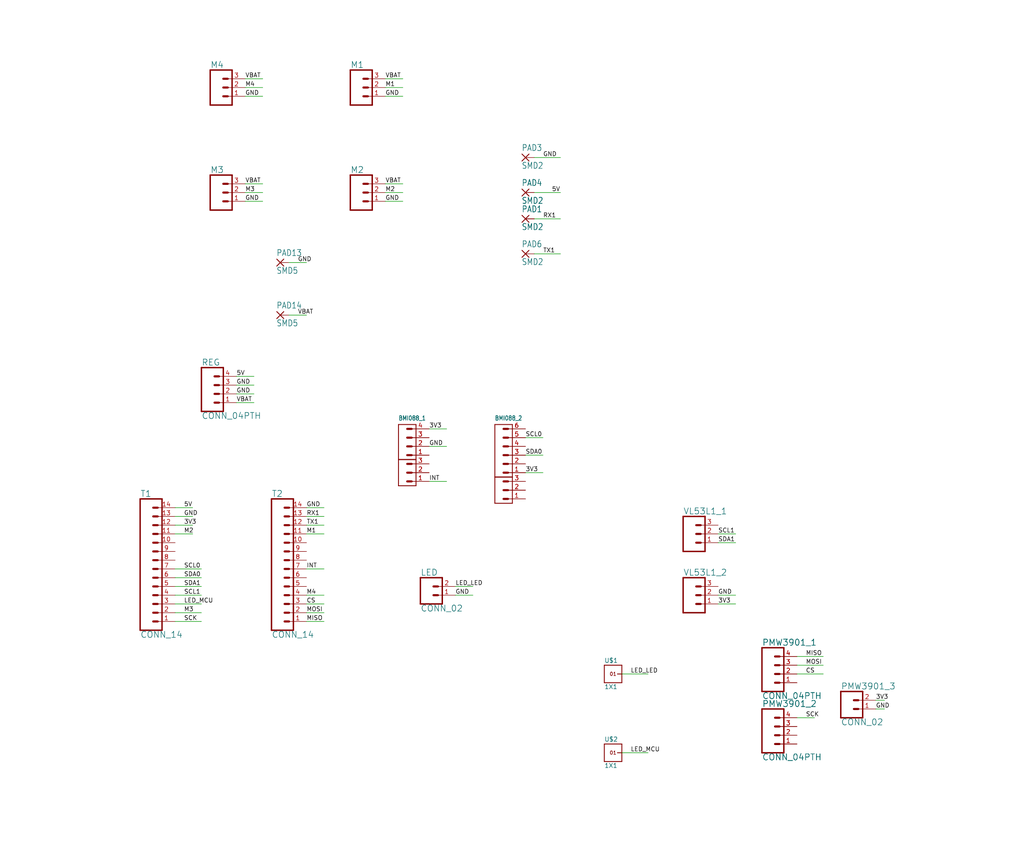
<source format=kicad_sch>
(kicad_sch (version 20211123) (generator eeschema)
  (paper "User" 297.002 244.323)
  (lib_symbols
    (symbol "teensypi-eagle-import:1X1"
      (property "Value" "1X1" (at -2.54 -4.445 0))
      (symbol "1X1_1_0"
        (polyline (pts (xy -2.54 -2.54) (xy 2.54 -2.54)) (stroke (width 0.254)))
        (polyline (pts (xy -2.54 2.54) (xy -2.54 -2.54)) (stroke (width 0.254)))
        (polyline (pts (xy -2.54 2.54) (xy 2.54 2.54)) (stroke (width 0.254)))
        (polyline (pts (xy 1.27 0) (xy 2.54 0)) (stroke (width 0.254)))
        (polyline (pts (xy 2.54 -2.54) (xy 2.54 0)) (stroke (width 0.254)))
        (polyline (pts (xy 2.54 0) (xy 2.54 2.54)) (stroke (width 0.254)))
        (text "01" (at 0 0 0) (effects (font (size 1.016 1.016))))
        (pin bidirectional line (at 2.54 0 180) (length 0) (name "1") (number "1"))
      )
    )
    (symbol "teensypi-eagle-import:CONN_02"
      (property "Reference" "J" (at -2.54 5.588 0))
      (property "Value" "CONN_02" (at -2.54 -4.826 0))
      (symbol "CONN_02_1_0"
        (polyline (pts (xy -2.54 5.08) (xy -2.54 -2.54)) (stroke (width 0.4064)))
        (polyline (pts (xy -2.54 5.08) (xy 3.81 5.08)) (stroke (width 0.4064)))
        (polyline (pts (xy 1.27 0) (xy 2.54 0)) (stroke (width 0.6096)))
        (polyline (pts (xy 1.27 2.54) (xy 2.54 2.54)) (stroke (width 0.6096)))
        (polyline (pts (xy 3.81 -2.54) (xy -2.54 -2.54)) (stroke (width 0.4064)))
        (polyline (pts (xy 3.81 -2.54) (xy 3.81 5.08)) (stroke (width 0.4064)))
        (pin passive line (at 7.62 0 180) (length 5.08) (name "1") (number "1"))
        (pin passive line (at 7.62 2.54 180) (length 5.08) (name "2") (number "2"))
      )
    )
    (symbol "teensypi-eagle-import:CONN_03"
      (property "Reference" "J" (at -2.54 5.588 0))
      (property "Value" "CONN_03" (at -2.54 -7.366 0))
      (symbol "CONN_03_1_0"
        (polyline (pts (xy -2.54 5.08) (xy -2.54 -5.08)) (stroke (width 0.4064)))
        (polyline (pts (xy -2.54 5.08) (xy 3.81 5.08)) (stroke (width 0.4064)))
        (polyline (pts (xy 1.27 -2.54) (xy 2.54 -2.54)) (stroke (width 0.6096)))
        (polyline (pts (xy 1.27 0) (xy 2.54 0)) (stroke (width 0.6096)))
        (polyline (pts (xy 1.27 2.54) (xy 2.54 2.54)) (stroke (width 0.6096)))
        (polyline (pts (xy 3.81 -5.08) (xy -2.54 -5.08)) (stroke (width 0.4064)))
        (polyline (pts (xy 3.81 -5.08) (xy 3.81 5.08)) (stroke (width 0.4064)))
        (pin passive line (at 7.62 -2.54 180) (length 5.08) (name "1") (number "1"))
        (pin passive line (at 7.62 0 180) (length 5.08) (name "2") (number "2"))
        (pin passive line (at 7.62 2.54 180) (length 5.08) (name "3") (number "3"))
      )
    )
    (symbol "teensypi-eagle-import:CONN_04PTH"
      (property "Reference" "J" (at -5.08 8.128 0))
      (property "Value" "CONN_04PTH" (at -5.08 -7.366 0))
      (symbol "CONN_04PTH_1_0"
        (polyline (pts (xy -5.08 7.62) (xy -5.08 -5.08)) (stroke (width 0.4064)))
        (polyline (pts (xy -5.08 7.62) (xy 1.27 7.62)) (stroke (width 0.4064)))
        (polyline (pts (xy -1.27 -2.54) (xy 0 -2.54)) (stroke (width 0.6096)))
        (polyline (pts (xy -1.27 0) (xy 0 0)) (stroke (width 0.6096)))
        (polyline (pts (xy -1.27 2.54) (xy 0 2.54)) (stroke (width 0.6096)))
        (polyline (pts (xy -1.27 5.08) (xy 0 5.08)) (stroke (width 0.6096)))
        (polyline (pts (xy 1.27 -5.08) (xy -5.08 -5.08)) (stroke (width 0.4064)))
        (polyline (pts (xy 1.27 -5.08) (xy 1.27 7.62)) (stroke (width 0.4064)))
        (pin passive line (at 5.08 -2.54 180) (length 5.08) (name "1") (number "1"))
        (pin passive line (at 5.08 0 180) (length 5.08) (name "2") (number "2"))
        (pin passive line (at 5.08 2.54 180) (length 5.08) (name "3") (number "3"))
        (pin passive line (at 5.08 5.08 180) (length 5.08) (name "4") (number "4"))
      )
    )
    (symbol "teensypi-eagle-import:CONN_14"
      (property "Reference" "J" (at 0 18.288 0))
      (property "Value" "CONN_14" (at 0 -22.606 0))
      (symbol "CONN_14_1_0"
        (polyline (pts (xy 0 17.78) (xy 0 -20.32)) (stroke (width 0.4064)))
        (polyline (pts (xy 0 17.78) (xy 6.35 17.78)) (stroke (width 0.4064)))
        (polyline (pts (xy 3.81 -17.78) (xy 5.08 -17.78)) (stroke (width 0.6096)))
        (polyline (pts (xy 3.81 -15.24) (xy 5.08 -15.24)) (stroke (width 0.6096)))
        (polyline (pts (xy 3.81 -12.7) (xy 5.08 -12.7)) (stroke (width 0.6096)))
        (polyline (pts (xy 3.81 -10.16) (xy 5.08 -10.16)) (stroke (width 0.6096)))
        (polyline (pts (xy 3.81 -7.62) (xy 5.08 -7.62)) (stroke (width 0.6096)))
        (polyline (pts (xy 3.81 -5.08) (xy 5.08 -5.08)) (stroke (width 0.6096)))
        (polyline (pts (xy 3.81 -2.54) (xy 5.08 -2.54)) (stroke (width 0.6096)))
        (polyline (pts (xy 3.81 0) (xy 5.08 0)) (stroke (width 0.6096)))
        (polyline (pts (xy 3.81 2.54) (xy 5.08 2.54)) (stroke (width 0.6096)))
        (polyline (pts (xy 3.81 5.08) (xy 5.08 5.08)) (stroke (width 0.6096)))
        (polyline (pts (xy 3.81 7.62) (xy 5.08 7.62)) (stroke (width 0.6096)))
        (polyline (pts (xy 3.81 10.16) (xy 5.08 10.16)) (stroke (width 0.6096)))
        (polyline (pts (xy 3.81 12.7) (xy 5.08 12.7)) (stroke (width 0.6096)))
        (polyline (pts (xy 3.81 15.24) (xy 5.08 15.24)) (stroke (width 0.6096)))
        (polyline (pts (xy 6.35 -20.32) (xy 0 -20.32)) (stroke (width 0.4064)))
        (polyline (pts (xy 6.35 -20.32) (xy 6.35 17.78)) (stroke (width 0.4064)))
        (pin passive line (at 10.16 -17.78 180) (length 5.08) (name "1") (number "1"))
        (pin passive line (at 10.16 5.08 180) (length 5.08) (name "10") (number "10"))
        (pin passive line (at 10.16 7.62 180) (length 5.08) (name "11") (number "11"))
        (pin passive line (at 10.16 10.16 180) (length 5.08) (name "12") (number "12"))
        (pin passive line (at 10.16 12.7 180) (length 5.08) (name "13") (number "13"))
        (pin passive line (at 10.16 15.24 180) (length 5.08) (name "14") (number "14"))
        (pin passive line (at 10.16 -15.24 180) (length 5.08) (name "2") (number "2"))
        (pin passive line (at 10.16 -12.7 180) (length 5.08) (name "3") (number "3"))
        (pin passive line (at 10.16 -10.16 180) (length 5.08) (name "4") (number "4"))
        (pin passive line (at 10.16 -7.62 180) (length 5.08) (name "5") (number "5"))
        (pin passive line (at 10.16 -5.08 180) (length 5.08) (name "6") (number "6"))
        (pin passive line (at 10.16 -2.54 180) (length 5.08) (name "7") (number "7"))
        (pin passive line (at 10.16 0 180) (length 5.08) (name "8") (number "8"))
        (pin passive line (at 10.16 2.54 180) (length 5.08) (name "9") (number "9"))
      )
    )
    (symbol "teensypi-eagle-import:PH1X3-05"
      (property "Reference" "PH" (at -1.27 8.89 0))
      (property "Value" "PH1X3-05" (at -1.27 -3.81 0))
      (symbol "PH1X3-05_1_0"
        (polyline (pts (xy -1.27 -1.27) (xy 3.81 -1.27)) (stroke (width 0.254)))
        (polyline (pts (xy -1.27 6.35) (xy -1.27 -1.27)) (stroke (width 0.254)))
        (polyline (pts (xy 2.54 0) (xy 1.27 0)) (stroke (width 0.6096)))
        (polyline (pts (xy 2.54 2.54) (xy 1.27 2.54)) (stroke (width 0.6096)))
        (polyline (pts (xy 2.54 5.08) (xy 1.27 5.08)) (stroke (width 0.6096)))
        (polyline (pts (xy 3.81 -1.27) (xy 3.81 6.35)) (stroke (width 0.254)))
        (polyline (pts (xy 3.81 6.35) (xy -1.27 6.35)) (stroke (width 0.254)))
        (pin bidirectional line (at 7.62 0 180) (length 5.08) (name "1") (number "1"))
        (pin bidirectional line (at 7.62 2.54 180) (length 5.08) (name "2") (number "2"))
        (pin bidirectional line (at 7.62 5.08 180) (length 5.08) (name "3") (number "3"))
      )
    )
    (symbol "teensypi-eagle-import:PH1X4-05"
      (property "Reference" "PH" (at -1.27 11.43 0))
      (property "Value" "PH1X4-05" (at -1.27 -3.81 0))
      (symbol "PH1X4-05_1_0"
        (polyline (pts (xy -1.27 -1.27) (xy 3.81 -1.27)) (stroke (width 0.254)))
        (polyline (pts (xy -1.27 8.89) (xy -1.27 -1.27)) (stroke (width 0.254)))
        (polyline (pts (xy 2.54 0) (xy 1.27 0)) (stroke (width 0.6096)))
        (polyline (pts (xy 2.54 2.54) (xy 1.27 2.54)) (stroke (width 0.6096)))
        (polyline (pts (xy 2.54 5.08) (xy 1.27 5.08)) (stroke (width 0.6096)))
        (polyline (pts (xy 2.54 7.62) (xy 1.27 7.62)) (stroke (width 0.6096)))
        (polyline (pts (xy 3.81 -1.27) (xy 3.81 8.89)) (stroke (width 0.254)))
        (polyline (pts (xy 3.81 8.89) (xy -1.27 8.89)) (stroke (width 0.254)))
        (pin bidirectional line (at 7.62 0 180) (length 5.08) (name "1") (number "1"))
        (pin bidirectional line (at 7.62 2.54 180) (length 5.08) (name "2") (number "2"))
        (pin bidirectional line (at 7.62 5.08 180) (length 5.08) (name "3") (number "3"))
        (pin bidirectional line (at 7.62 7.62 180) (length 5.08) (name "4") (number "4"))
      )
    )
    (symbol "teensypi-eagle-import:PH1X6-05"
      (property "Reference" "PH" (at -1.27 16.51 0))
      (property "Value" "PH1X6-05" (at -1.27 -3.81 0))
      (symbol "PH1X6-05_1_0"
        (polyline (pts (xy -1.27 -1.27) (xy 3.81 -1.27)) (stroke (width 0.254)))
        (polyline (pts (xy -1.27 13.97) (xy -1.27 -1.27)) (stroke (width 0.254)))
        (polyline (pts (xy 2.54 0) (xy 1.27 0)) (stroke (width 0.6096)))
        (polyline (pts (xy 2.54 2.54) (xy 1.27 2.54)) (stroke (width 0.6096)))
        (polyline (pts (xy 2.54 5.08) (xy 1.27 5.08)) (stroke (width 0.6096)))
        (polyline (pts (xy 2.54 7.62) (xy 1.27 7.62)) (stroke (width 0.6096)))
        (polyline (pts (xy 2.54 10.16) (xy 1.27 10.16)) (stroke (width 0.6096)))
        (polyline (pts (xy 2.54 12.7) (xy 1.27 12.7)) (stroke (width 0.6096)))
        (polyline (pts (xy 3.81 -1.27) (xy 3.81 13.97)) (stroke (width 0.254)))
        (polyline (pts (xy 3.81 13.97) (xy -1.27 13.97)) (stroke (width 0.254)))
        (pin bidirectional line (at 7.62 0 180) (length 5.08) (name "1") (number "1"))
        (pin bidirectional line (at 7.62 2.54 180) (length 5.08) (name "2") (number "2"))
        (pin bidirectional line (at 7.62 5.08 180) (length 5.08) (name "3") (number "3"))
        (pin bidirectional line (at 7.62 7.62 180) (length 5.08) (name "4") (number "4"))
        (pin bidirectional line (at 7.62 10.16 180) (length 5.08) (name "5") (number "5"))
        (pin bidirectional line (at 7.62 12.7 180) (length 5.08) (name "6") (number "6"))
      )
    )
    (symbol "teensypi-eagle-import:SMD2"
      (property "Reference" "PAD" (at -1.143 1.8542 0))
      (property "Value" "SMD2" (at -1.143 -3.302 0))
      (symbol "SMD2_1_0"
        (polyline (pts (xy -1.016 -1.016) (xy 1.016 1.016)) (stroke (width 0.254)))
        (polyline (pts (xy -1.016 1.016) (xy 1.016 -1.016)) (stroke (width 0.254)))
        (pin passive line (at 2.54 0 180) (length 2.54) (name "P") (number "1"))
      )
    )
    (symbol "teensypi-eagle-import:SMD5"
      (property "Reference" "PAD" (at -1.143 1.8542 0))
      (property "Value" "SMD5" (at -1.143 -3.302 0))
      (symbol "SMD5_1_0"
        (polyline (pts (xy -1.016 -1.016) (xy 1.016 1.016)) (stroke (width 0.254)))
        (polyline (pts (xy -1.016 1.016) (xy 1.016 -1.016)) (stroke (width 0.254)))
        (pin passive line (at 2.54 0 180) (length 2.54) (name "P") (number "1"))
      )
    )
  )
  (wire (pts (xy 83.82 91.44) (xy 88.9 91.44)))
  (wire (pts (xy 88.9 175.26) (xy 93.98 175.26)))
  (wire (pts (xy 71.12 55.88) (xy 76.2 55.88)))
  (wire (pts (xy 50.8 170.18) (xy 58.42 170.18)))
  (wire (pts (xy 111.76 27.94) (xy 116.84 27.94)))
  (wire (pts (xy 88.9 180.34) (xy 93.98 180.34)))
  (wire (pts (xy 124.46 124.46) (xy 129.54 124.46)))
  (wire (pts (xy 152.4 127) (xy 157.48 127)))
  (wire (pts (xy 68.58 114.3) (xy 73.66 114.3)))
  (wire (pts (xy 231.14 193.04) (xy 238.76 193.04)))
  (wire (pts (xy 124.46 129.54) (xy 129.54 129.54)))
  (wire (pts (xy 50.8 165.1) (xy 58.42 165.1)))
  (wire (pts (xy 208.28 172.72) (xy 213.36 172.72)))
  (wire (pts (xy 50.8 175.26) (xy 58.42 175.26)))
  (wire (pts (xy 71.12 22.86) (xy 76.2 22.86)))
  (wire (pts (xy 88.9 149.86) (xy 93.98 149.86)))
  (wire (pts (xy 50.8 167.64) (xy 58.42 167.64)))
  (wire (pts (xy 180.34 195.58) (xy 187.96 195.58)))
  (wire (pts (xy 88.9 154.94) (xy 93.98 154.94)))
  (wire (pts (xy 50.8 147.32) (xy 55.88 147.32)))
  (wire (pts (xy 50.8 172.72) (xy 58.42 172.72)))
  (wire (pts (xy 111.76 25.4) (xy 116.84 25.4)))
  (wire (pts (xy 154.94 45.72) (xy 162.56 45.72)))
  (wire (pts (xy 71.12 27.94) (xy 76.2 27.94)))
  (wire (pts (xy 154.94 73.66) (xy 162.56 73.66)))
  (wire (pts (xy 50.8 154.94) (xy 55.88 154.94)))
  (wire (pts (xy 180.34 218.44) (xy 187.96 218.44)))
  (wire (pts (xy 231.14 195.58) (xy 238.76 195.58)))
  (wire (pts (xy 88.9 177.8) (xy 93.98 177.8)))
  (wire (pts (xy 50.8 177.8) (xy 58.42 177.8)))
  (wire (pts (xy 88.9 165.1) (xy 93.98 165.1)))
  (wire (pts (xy 111.76 53.34) (xy 116.84 53.34)))
  (wire (pts (xy 111.76 55.88) (xy 116.84 55.88)))
  (wire (pts (xy 71.12 58.42) (xy 76.2 58.42)))
  (wire (pts (xy 50.8 149.86) (xy 55.88 149.86)))
  (wire (pts (xy 124.46 139.7) (xy 129.54 139.7)))
  (wire (pts (xy 111.76 58.42) (xy 116.84 58.42)))
  (wire (pts (xy 254 205.74) (xy 256.54 205.74)))
  (wire (pts (xy 154.94 63.5) (xy 162.56 63.5)))
  (wire (pts (xy 208.28 157.48) (xy 213.36 157.48)))
  (wire (pts (xy 154.94 55.88) (xy 162.56 55.88)))
  (wire (pts (xy 152.4 132.08) (xy 157.48 132.08)))
  (wire (pts (xy 231.14 190.5) (xy 238.76 190.5)))
  (wire (pts (xy 68.58 109.22) (xy 73.66 109.22)))
  (wire (pts (xy 132.08 170.18) (xy 137.16 170.18)))
  (wire (pts (xy 231.14 208.28) (xy 236.22 208.28)))
  (wire (pts (xy 68.58 111.76) (xy 73.66 111.76)))
  (wire (pts (xy 208.28 175.26) (xy 213.36 175.26)))
  (wire (pts (xy 88.9 152.4) (xy 93.98 152.4)))
  (wire (pts (xy 111.76 22.86) (xy 116.84 22.86)))
  (wire (pts (xy 152.4 137.16) (xy 157.48 137.16)))
  (wire (pts (xy 71.12 25.4) (xy 76.2 25.4)))
  (wire (pts (xy 88.9 172.72) (xy 93.98 172.72)))
  (wire (pts (xy 68.58 116.84) (xy 73.66 116.84)))
  (wire (pts (xy 83.82 76.2) (xy 88.9 76.2)))
  (wire (pts (xy 254 203.2) (xy 256.54 203.2)))
  (wire (pts (xy 132.08 172.72) (xy 137.16 172.72)))
  (wire (pts (xy 71.12 53.34) (xy 76.2 53.34)))
  (wire (pts (xy 50.8 180.34) (xy 58.42 180.34)))
  (wire (pts (xy 208.28 154.94) (xy 213.36 154.94)))
  (wire (pts (xy 88.9 147.32) (xy 93.98 147.32)))
  (wire (pts (xy 50.8 152.4) (xy 55.88 152.4)))
  (label "M2" (at 111.76 55.88 0) (effects (font (size 1.2446 1.2446))))
  (label "MOSI" (at 88.9 177.8 0) (effects (font (size 1.2446 1.2446))))
  (label "M4" (at 88.9 172.72 0) (effects (font (size 1.2446 1.2446))))
  (label "SDA1" (at 53.34 170.18 0) (effects (font (size 1.2446 1.2446))))
  (label "GND" (at 53.34 149.86 0) (effects (font (size 1.2446 1.2446))))
  (label "GND" (at 71.12 58.42 0) (effects (font (size 1.2446 1.2446))))
  (label "VBAT" (at 71.12 22.86 0) (effects (font (size 1.2446 1.2446))))
  (label "5V" (at 53.34 147.32 0) (effects (font (size 1.2446 1.2446))))
  (label "3V3" (at 208.28 175.26 0) (effects (font (size 1.2446 1.2446))))
  (label "GND" (at 111.76 27.94 0) (effects (font (size 1.2446 1.2446))))
  (label "VBAT" (at 111.76 22.86 0) (effects (font (size 1.2446 1.2446))))
  (label "GND" (at 157.48 45.72 0) (effects (font (size 1.2446 1.2446))))
  (label "GND" (at 208.28 172.72 0) (effects (font (size 1.2446 1.2446))))
  (label "SCL1" (at 53.34 172.72 0) (effects (font (size 1.2446 1.2446))))
  (label "5V" (at 160.02 55.88 0) (effects (font (size 1.2446 1.2446))))
  (label "GND" (at 68.58 111.76 0) (effects (font (size 1.2446 1.2446))))
  (label "VBAT" (at 71.12 53.34 0) (effects (font (size 1.2446 1.2446))))
  (label "3V3" (at 124.46 124.46 0) (effects (font (size 1.2446 1.2446))))
  (label "5V" (at 68.58 109.22 0) (effects (font (size 1.2446 1.2446))))
  (label "LED_LED" (at 182.88 195.58 0) (effects (font (size 1.2446 1.2446))))
  (label "INT" (at 124.46 139.7 0) (effects (font (size 1.2446 1.2446))))
  (label "M3" (at 71.12 55.88 0) (effects (font (size 1.2446 1.2446))))
  (label "LED_MCU" (at 53.34 175.26 0) (effects (font (size 1.2446 1.2446))))
  (label "M3" (at 53.34 177.8 0) (effects (font (size 1.2446 1.2446))))
  (label "LED_MCU" (at 182.88 218.44 0) (effects (font (size 1.2446 1.2446))))
  (label "3V3" (at 53.34 152.4 0) (effects (font (size 1.2446 1.2446))))
  (label "TX1" (at 88.9 152.4 0) (effects (font (size 1.2446 1.2446))))
  (label "3V3" (at 254 203.2 0) (effects (font (size 1.2446 1.2446))))
  (label "GND" (at 68.58 114.3 0) (effects (font (size 1.2446 1.2446))))
  (label "INT" (at 88.9 165.1 0) (effects (font (size 1.2446 1.2446))))
  (label "SCL0" (at 152.4 127 0) (effects (font (size 1.2446 1.2446))))
  (label "GND" (at 124.46 129.54 0) (effects (font (size 1.2446 1.2446))))
  (label "GND" (at 86.36 76.2 0) (effects (font (size 1.2446 1.2446))))
  (label "CS" (at 233.68 195.58 0) (effects (font (size 1.2446 1.2446))))
  (label "SCK" (at 53.34 180.34 0) (effects (font (size 1.2446 1.2446))))
  (label "MISO" (at 88.9 180.34 0) (effects (font (size 1.2446 1.2446))))
  (label "GND" (at 132.08 172.72 0) (effects (font (size 1.2446 1.2446))))
  (label "GND" (at 88.9 147.32 0) (effects (font (size 1.2446 1.2446))))
  (label "VBAT" (at 111.76 53.34 0) (effects (font (size 1.2446 1.2446))))
  (label "TX1" (at 157.48 73.66 0) (effects (font (size 1.2446 1.2446))))
  (label "SCL1" (at 208.28 154.94 0) (effects (font (size 1.2446 1.2446))))
  (label "M4" (at 71.12 25.4 0) (effects (font (size 1.2446 1.2446))))
  (label "M1" (at 111.76 25.4 0) (effects (font (size 1.2446 1.2446))))
  (label "SCK" (at 233.68 208.28 0) (effects (font (size 1.2446 1.2446))))
  (label "M2" (at 53.34 154.94 0) (effects (font (size 1.2446 1.2446))))
  (label "3V3" (at 152.4 137.16 0) (effects (font (size 1.2446 1.2446))))
  (label "VBAT" (at 86.36 91.44 0) (effects (font (size 1.2446 1.2446))))
  (label "GND" (at 111.76 58.42 0) (effects (font (size 1.2446 1.2446))))
  (label "RX1" (at 157.48 63.5 0) (effects (font (size 1.2446 1.2446))))
  (label "M1" (at 88.9 154.94 0) (effects (font (size 1.2446 1.2446))))
  (label "CS" (at 88.9 175.26 0) (effects (font (size 1.2446 1.2446))))
  (label "GND" (at 71.12 27.94 0) (effects (font (size 1.2446 1.2446))))
  (label "GND" (at 254 205.74 0) (effects (font (size 1.2446 1.2446))))
  (label "MOSI" (at 233.68 193.04 0) (effects (font (size 1.2446 1.2446))))
  (label "SCL0" (at 53.34 165.1 0) (effects (font (size 1.2446 1.2446))))
  (label "SDA0" (at 152.4 132.08 0) (effects (font (size 1.2446 1.2446))))
  (label "VBAT" (at 68.58 116.84 0) (effects (font (size 1.2446 1.2446))))
  (label "RX1" (at 88.9 149.86 0) (effects (font (size 1.2446 1.2446))))
  (label "SDA0" (at 53.34 167.64 0) (effects (font (size 1.2446 1.2446))))
  (label "SDA1" (at 208.28 157.48 0) (effects (font (size 1.2446 1.2446))))
  (label "LED_LED" (at 132.08 170.18 0) (effects (font (size 1.2446 1.2446))))
  (label "MISO" (at 233.68 190.5 0) (effects (font (size 1.2446 1.2446))))
  (symbol (lib_id "teensypi-eagle-import:CONN_02") (at 246.38 205.74 0)
    (property "Reference" "PMW3901_3" (at 243.84 200.152 0) (effects (font (size 1.778 1.778)) (justify left bottom)))
    (property "Value" "CONN_02" (at 243.84 210.566 0) (effects (font (size 1.778 1.778)) (justify left bottom)))
    (property "Footprint" "teensypi:1X02" (effects hide))
  )
  (symbol (lib_id "teensypi-eagle-import:CONN_03") (at 200.66 172.72 0)
    (property "Reference" "VL53L1_2" (at 198.12 167.132 0) (effects (font (size 1.778 1.778)) (justify left bottom)))
    (property "Value" "455-1750-1-ND" (effects hide))
    (property "Footprint" "teensypi:1X03" (effects hide))
  )
  (symbol (lib_id "teensypi-eagle-import:CONN_03") (at 200.66 154.94 0)
    (property "Reference" "VL53L1_1" (at 198.12 149.352 0) (effects (font (size 1.778 1.778)) (justify left bottom)))
    (property "Value" "455-1750-1-ND" (effects hide))
    (property "Footprint" "teensypi:1X03" (effects hide))
  )
  (symbol (lib_id "teensypi-eagle-import:SMD2") (at 152.4 55.88 0)
    (property "Reference" "PAD4" (at 151.257 54.0258 0) (effects (font (size 1.778 1.5113)) (justify left bottom)))
    (property "Value" "SMD2" (at 151.257 59.182 0) (effects (font (size 1.778 1.5113)) (justify left bottom)))
    (property "Footprint" "teensypi:SMD1,27-2,54" (effects hide))
  )
  (symbol (lib_id "teensypi-eagle-import:SMD2") (at 152.4 63.5 0)
    (property "Reference" "PAD1" (at 151.257 61.6458 0) (effects (font (size 1.778 1.5113)) (justify left bottom)))
    (property "Value" "SMD2" (at 151.257 66.802 0) (effects (font (size 1.778 1.5113)) (justify left bottom)))
    (property "Footprint" "teensypi:SMD1,27-2,54" (effects hide))
  )
  (symbol (lib_id "teensypi-eagle-import:1X1") (at 177.8 218.44 0)
    (property "Reference" "U$2" (at 175.26 215.265 0) (effects (justify left bottom)))
    (property "Value" "1X1" (at 175.26 222.885 0) (effects (justify left bottom)))
    (property "Footprint" "teensypi:1X1" (effects hide))
  )
  (symbol (lib_id "teensypi-eagle-import:CONN_04PTH") (at 63.5 114.3 0)
    (property "Reference" "REG" (at 58.42 106.172 0) (effects (font (size 1.778 1.778)) (justify left bottom)))
    (property "Value" "CONN_04PTH" (at 58.42 121.666 0) (effects (font (size 1.778 1.778)) (justify left bottom)))
    (property "Footprint" "teensypi:1X04" (effects hide))
  )
  (symbol (lib_id "teensypi-eagle-import:SMD2") (at 152.4 45.72 0)
    (property "Reference" "PAD3" (at 151.257 43.8658 0) (effects (font (size 1.778 1.5113)) (justify left bottom)))
    (property "Value" "SMD2" (at 151.257 49.022 0) (effects (font (size 1.778 1.5113)) (justify left bottom)))
    (property "Footprint" "teensypi:SMD1,27-2,54" (effects hide))
  )
  (symbol (lib_id "teensypi-eagle-import:CONN_14") (at 78.74 162.56 0)
    (property "Reference" "T2" (at 78.74 144.272 0) (effects (font (size 1.778 1.778)) (justify left bottom)))
    (property "Value" "CONN_14" (at 78.74 185.166 0) (effects (font (size 1.778 1.778)) (justify left bottom)))
    (property "Footprint" "teensypi:1X14" (effects hide))
  )
  (symbol (lib_id "teensypi-eagle-import:CONN_02") (at 124.46 172.72 0)
    (property "Reference" "LED" (at 121.92 167.132 0) (effects (font (size 1.778 1.778)) (justify left bottom)))
    (property "Value" "CONN_02" (at 121.92 177.546 0) (effects (font (size 1.778 1.778)) (justify left bottom)))
    (property "Footprint" "teensypi:1X02" (effects hide))
  )
  (symbol (lib_id "teensypi-eagle-import:CONN_04PTH") (at 226.06 213.36 0)
    (property "Reference" "PMW3901_2" (at 220.98 205.232 0) (effects (font (size 1.778 1.778)) (justify left bottom)))
    (property "Value" "CONN_04PTH" (at 220.98 220.726 0) (effects (font (size 1.778 1.778)) (justify left bottom)))
    (property "Footprint" "teensypi:1X04" (effects hide))
  )
  (symbol (lib_id "teensypi-eagle-import:CONN_14") (at 40.64 162.56 0)
    (property "Reference" "T1" (at 40.64 144.272 0) (effects (font (size 1.778 1.778)) (justify left bottom)))
    (property "Value" "CONN_14" (at 40.64 185.166 0) (effects (font (size 1.778 1.778)) (justify left bottom)))
    (property "Footprint" "teensypi:1X14" (effects hide))
  )
  (symbol (lib_id "teensypi-eagle-import:PH1X6-05") (at 144.78 137.16 0)
    (property "Reference" "BMI088_2" (at 143.51 120.65 0) (effects (font (size 1.27 1.0795)) (justify left top)))
    (property "Value" "PH1X6-05" (effects hide))
    (property "Footprint" "teensypi:PH005-1-6" (effects hide))
  )
  (symbol (lib_id "teensypi-eagle-import:SMD5") (at 81.28 76.2 0)
    (property "Reference" "PAD13" (at 80.137 74.3458 0) (effects (font (size 1.778 1.5113)) (justify left bottom)))
    (property "Value" "SMD5" (at 80.137 79.502 0) (effects (font (size 1.778 1.5113)) (justify left bottom)))
    (property "Footprint" "teensypi:SMD2,54-5,08" (effects hide))
  )
  (symbol (lib_id "teensypi-eagle-import:CONN_03") (at 63.5 55.88 0)
    (property "Reference" "M3" (at 60.96 50.292 0) (effects (font (size 1.778 1.778)) (justify left bottom)))
    (property "Value" "455-1750-1-ND" (effects hide))
    (property "Footprint" "teensypi:1X03" (effects hide))
  )
  (symbol (lib_id "teensypi-eagle-import:CONN_03") (at 104.14 25.4 0)
    (property "Reference" "M1" (at 101.6 19.812 0) (effects (font (size 1.778 1.778)) (justify left bottom)))
    (property "Value" "455-1750-1-ND" (effects hide))
    (property "Footprint" "teensypi:1X03" (effects hide))
  )
  (symbol (lib_id "teensypi-eagle-import:PH1X3-05") (at 144.78 144.78 0)
    (property "Reference" "PH2" (effects hide))
    (property "Value" "PH1X3-05" (effects hide))
    (property "Footprint" "teensypi:PH005-1-3" (effects hide))
  )
  (symbol (lib_id "teensypi-eagle-import:CONN_03") (at 104.14 55.88 0)
    (property "Reference" "M2" (at 101.6 50.292 0) (effects (font (size 1.778 1.778)) (justify left bottom)))
    (property "Value" "455-1750-1-ND" (effects hide))
    (property "Footprint" "teensypi:1X03" (effects hide))
  )
  (symbol (lib_id "teensypi-eagle-import:SMD2") (at 152.4 73.66 0)
    (property "Reference" "PAD6" (at 151.257 71.8058 0) (effects (font (size 1.778 1.5113)) (justify left bottom)))
    (property "Value" "SMD2" (at 151.257 76.962 0) (effects (font (size 1.778 1.5113)) (justify left bottom)))
    (property "Footprint" "teensypi:SMD1,27-2,54" (effects hide))
  )
  (symbol (lib_id "teensypi-eagle-import:1X1") (at 177.8 195.58 0)
    (property "Reference" "U$1" (at 175.26 192.405 0) (effects (justify left bottom)))
    (property "Value" "1X1" (at 175.26 200.025 0) (effects (justify left bottom)))
    (property "Footprint" "teensypi:1X1" (effects hide))
  )
  (symbol (lib_id "teensypi-eagle-import:SMD5") (at 81.28 91.44 0)
    (property "Reference" "PAD14" (at 80.137 89.5858 0) (effects (font (size 1.778 1.5113)) (justify left bottom)))
    (property "Value" "SMD5" (at 80.137 94.742 0) (effects (font (size 1.778 1.5113)) (justify left bottom)))
    (property "Footprint" "teensypi:SMD2,54-5,08" (effects hide))
  )
  (symbol (lib_id "teensypi-eagle-import:CONN_03") (at 63.5 25.4 0)
    (property "Reference" "M4" (at 60.96 19.812 0) (effects (font (size 1.778 1.778)) (justify left bottom)))
    (property "Value" "455-1750-1-ND" (effects hide))
    (property "Footprint" "teensypi:1X03" (effects hide))
  )
  (symbol (lib_id "teensypi-eagle-import:CONN_04PTH") (at 226.06 195.58 0)
    (property "Reference" "PMW3901_1" (at 220.98 187.452 0) (effects (font (size 1.778 1.778)) (justify left bottom)))
    (property "Value" "CONN_04PTH" (at 220.98 202.946 0) (effects (font (size 1.778 1.778)) (justify left bottom)))
    (property "Footprint" "teensypi:1X04" (effects hide))
  )
  (symbol (lib_id "teensypi-eagle-import:PH1X4-05") (at 116.84 132.08 0)
    (property "Reference" "BMI088_1" (at 115.57 120.65 0) (effects (font (size 1.27 1.0795)) (justify left top)))
    (property "Value" "PH1X4-05" (effects hide))
    (property "Footprint" "teensypi:PH005-1-4" (effects hide))
  )
  (symbol (lib_id "teensypi-eagle-import:PH1X3-05") (at 116.84 139.7 0)
    (property "Reference" "PH3" (effects hide))
    (property "Value" "PH1X3-05" (effects hide))
    (property "Footprint" "teensypi:PH005-1-3" (effects hide))
  )
)
</source>
